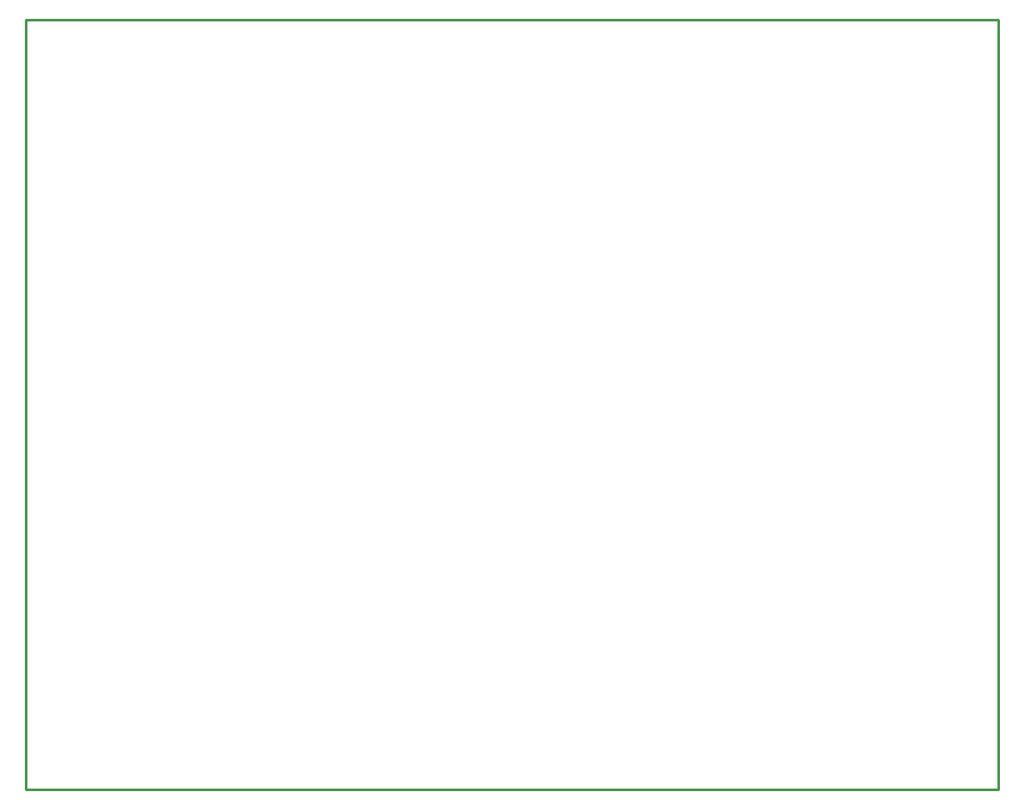
<source format=gm1>
G04*
G04 #@! TF.GenerationSoftware,Altium Limited,Altium Designer,19.0.14 (431)*
G04*
G04 Layer_Color=16711935*
%FSLAX25Y25*%
%MOIN*%
G70*
G01*
G75*
%ADD14C,0.01000*%
D14*
X-0Y299213D02*
X378000D01*
X-0D02*
X0Y-0D01*
X378000D01*
X378000Y299213D02*
X378000Y-0D01*
M02*

</source>
